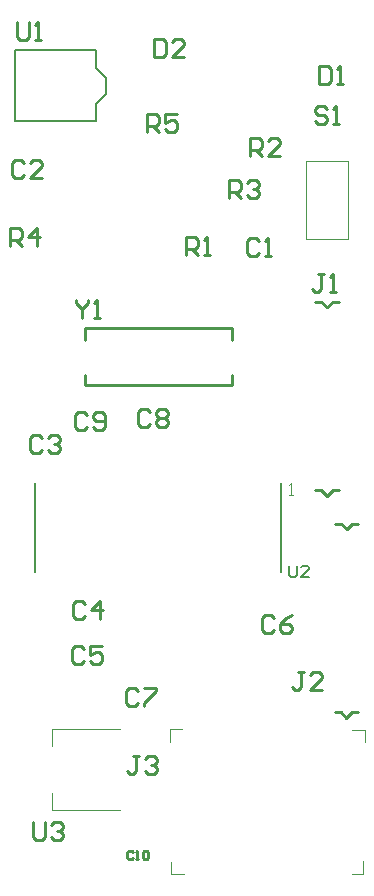
<source format=gto>
%FSLAX44Y44*%
%MOMM*%
G71*
G01*
G75*
G04 Layer_Color=65535*
%ADD10R,2.0000X3.1000*%
%ADD11R,2.0000X0.8400*%
%ADD12R,5.5000X1.5000*%
%ADD13R,0.6000X0.9000*%
%ADD14R,0.9000X0.6000*%
%ADD15R,0.6000X2.0000*%
%ADD16R,1.6000X2.1800*%
%ADD17C,1.0000*%
%ADD18C,0.2540*%
%ADD19C,0.5000*%
%ADD20C,0.4000*%
%ADD21C,0.3000*%
%ADD22C,1.7000*%
%ADD23C,3.0000*%
%ADD24C,2.0000*%
%ADD25R,2.0000X2.0000*%
%ADD26C,1.6000*%
%ADD27C,1.5000*%
%ADD28C,1.2700*%
%ADD29C,0.1000*%
%ADD30C,0.2000*%
%ADD31C,0.1500*%
D18*
X323320Y953900D02*
X448370D01*
X323320D02*
Y962900D01*
X448370Y953900D02*
Y962900D01*
X323320Y1001900D02*
X448370D01*
X323320Y991900D02*
Y1001900D01*
X448370Y991900D02*
Y1001900D01*
X523382Y864730D02*
X528320Y859792D01*
X518445Y864730D02*
X523382D01*
X528320Y859792D02*
X533257Y864730D01*
X538195D01*
X523508Y1024730D02*
X528445Y1019793D01*
X518570Y1024730D02*
X523508D01*
X528445Y1019793D02*
X533383Y1024730D01*
X538320D01*
X539892Y676770D02*
X544830Y671833D01*
X534955Y676770D02*
X539892D01*
X544830Y671833D02*
X549767Y676770D01*
X554705D01*
X540018Y836770D02*
X544955Y831833D01*
X535080Y836770D02*
X540018D01*
X544955Y831833D02*
X549893Y836770D01*
X554830D01*
X279400Y584195D02*
Y571499D01*
X281939Y568960D01*
X287017D01*
X289557Y571499D01*
Y584195D01*
X294635Y581656D02*
X297174Y584195D01*
X302253D01*
X304792Y581656D01*
Y579117D01*
X302253Y576577D01*
X299713D01*
X302253D01*
X304792Y574038D01*
Y571499D01*
X302253Y568960D01*
X297174D01*
X294635Y571499D01*
X315468Y1025901D02*
Y1023362D01*
X320546Y1018283D01*
X325625Y1023362D01*
Y1025901D01*
X320546Y1018283D02*
Y1010666D01*
X330703D02*
X335781D01*
X333242D01*
Y1025901D01*
X330703Y1023362D01*
X521970Y1224275D02*
Y1209040D01*
X529588D01*
X532127Y1211579D01*
Y1221736D01*
X529588Y1224275D01*
X521970D01*
X537205Y1209040D02*
X542283D01*
X539744D01*
Y1224275D01*
X537205Y1221736D01*
X528317Y1187446D02*
X525778Y1189985D01*
X520699D01*
X518160Y1187446D01*
Y1184907D01*
X520699Y1182367D01*
X525778D01*
X528317Y1179828D01*
Y1177289D01*
X525778Y1174750D01*
X520699D01*
X518160Y1177289D01*
X533395Y1174750D02*
X538473D01*
X535934D01*
Y1189985D01*
X533395Y1187446D01*
X375920Y1168400D02*
Y1183635D01*
X383537D01*
X386077Y1181096D01*
Y1176018D01*
X383537Y1173478D01*
X375920D01*
X380998D02*
X386077Y1168400D01*
X401312Y1183635D02*
X391155D01*
Y1176018D01*
X396233Y1178557D01*
X398773D01*
X401312Y1176018D01*
Y1170939D01*
X398773Y1168400D01*
X393694D01*
X391155Y1170939D01*
X260350Y1071880D02*
Y1087115D01*
X267967D01*
X270507Y1084576D01*
Y1079498D01*
X267967Y1076958D01*
X260350D01*
X265428D02*
X270507Y1071880D01*
X283203D02*
Y1087115D01*
X275585Y1079498D01*
X285742D01*
X445262Y1112266D02*
Y1127501D01*
X452879D01*
X455419Y1124962D01*
Y1119883D01*
X452879Y1117344D01*
X445262D01*
X450340D02*
X455419Y1112266D01*
X460497Y1124962D02*
X463036Y1127501D01*
X468115D01*
X470654Y1124962D01*
Y1122423D01*
X468115Y1119883D01*
X465575D01*
X468115D01*
X470654Y1117344D01*
Y1114805D01*
X468115Y1112266D01*
X463036D01*
X460497Y1114805D01*
X463550Y1148080D02*
Y1163315D01*
X471167D01*
X473707Y1160776D01*
Y1155697D01*
X471167Y1153158D01*
X463550D01*
X468628D02*
X473707Y1148080D01*
X488942D02*
X478785D01*
X488942Y1158237D01*
Y1160776D01*
X486403Y1163315D01*
X481324D01*
X478785Y1160776D01*
X408940Y1064260D02*
Y1079495D01*
X416558D01*
X419097Y1076956D01*
Y1071878D01*
X416558Y1069338D01*
X408940D01*
X414018D02*
X419097Y1064260D01*
X424175D02*
X429253D01*
X426714D01*
Y1079495D01*
X424175Y1076956D01*
X509267Y711195D02*
X504188D01*
X506727D01*
Y698499D01*
X504188Y695960D01*
X501649D01*
X499110Y698499D01*
X524502Y695960D02*
X514345D01*
X524502Y706117D01*
Y708656D01*
X521963Y711195D01*
X516884D01*
X514345Y708656D01*
X525777Y1047745D02*
X520698D01*
X523237D01*
Y1035049D01*
X520698Y1032510D01*
X518159D01*
X515620Y1035049D01*
X530855Y1032510D02*
X535933D01*
X533394D01*
Y1047745D01*
X530855Y1045206D01*
X382270Y1246627D02*
Y1231392D01*
X389888D01*
X392427Y1233931D01*
Y1244088D01*
X389888Y1246627D01*
X382270D01*
X407662Y1231392D02*
X397505D01*
X407662Y1241549D01*
Y1244088D01*
X405123Y1246627D01*
X400044D01*
X397505Y1244088D01*
X364075Y558282D02*
X362909Y559448D01*
X360576D01*
X359410Y558282D01*
Y553616D01*
X360576Y552450D01*
X362909D01*
X364075Y553616D01*
X366408Y552450D02*
X368740D01*
X367574D01*
Y559448D01*
X366408Y558282D01*
X372239D02*
X373405Y559448D01*
X375738D01*
X376904Y558282D01*
Y553616D01*
X375738Y552450D01*
X373405D01*
X372239Y553616D01*
Y558282D01*
X325117Y928366D02*
X322578Y930905D01*
X317499D01*
X314960Y928366D01*
Y918209D01*
X317499Y915670D01*
X322578D01*
X325117Y918209D01*
X330195D02*
X332734Y915670D01*
X337813D01*
X340352Y918209D01*
Y928366D01*
X337813Y930905D01*
X332734D01*
X330195Y928366D01*
Y925827D01*
X332734Y923288D01*
X340352D01*
X378457Y930906D02*
X375918Y933445D01*
X370839D01*
X368300Y930906D01*
Y920749D01*
X370839Y918210D01*
X375918D01*
X378457Y920749D01*
X383535Y930906D02*
X386074Y933445D01*
X391153D01*
X393692Y930906D01*
Y928367D01*
X391153Y925827D01*
X393692Y923288D01*
Y920749D01*
X391153Y918210D01*
X386074D01*
X383535Y920749D01*
Y923288D01*
X386074Y925827D01*
X383535Y928367D01*
Y930906D01*
X386074Y925827D02*
X391153D01*
X368297Y694686D02*
X365757Y697225D01*
X360679D01*
X358140Y694686D01*
Y684529D01*
X360679Y681990D01*
X365757D01*
X368297Y684529D01*
X373375Y697225D02*
X383532D01*
Y694686D01*
X373375Y684529D01*
Y681990D01*
X483867Y756916D02*
X481328Y759455D01*
X476249D01*
X473710Y756916D01*
Y746759D01*
X476249Y744220D01*
X481328D01*
X483867Y746759D01*
X499102Y759455D02*
X494023Y756916D01*
X488945Y751837D01*
Y746759D01*
X491484Y744220D01*
X496563D01*
X499102Y746759D01*
Y749298D01*
X496563Y751837D01*
X488945D01*
X322577Y730246D02*
X320037Y732785D01*
X314959D01*
X312420Y730246D01*
Y720089D01*
X314959Y717550D01*
X320037D01*
X322577Y720089D01*
X337812Y732785D02*
X327655D01*
Y725167D01*
X332733Y727707D01*
X335273D01*
X337812Y725167D01*
Y720089D01*
X335273Y717550D01*
X330194D01*
X327655Y720089D01*
X323847Y768346D02*
X321307Y770885D01*
X316229D01*
X313690Y768346D01*
Y758189D01*
X316229Y755650D01*
X321307D01*
X323847Y758189D01*
X336543Y755650D02*
Y770885D01*
X328925Y763268D01*
X339082D01*
X287017Y909316D02*
X284478Y911855D01*
X279399D01*
X276860Y909316D01*
Y899159D01*
X279399Y896620D01*
X284478D01*
X287017Y899159D01*
X292095Y909316D02*
X294634Y911855D01*
X299713D01*
X302252Y909316D01*
Y906777D01*
X299713Y904238D01*
X297173D01*
X299713D01*
X302252Y901698D01*
Y899159D01*
X299713Y896620D01*
X294634D01*
X292095Y899159D01*
X271777Y1141726D02*
X269237Y1144265D01*
X264159D01*
X261620Y1141726D01*
Y1131569D01*
X264159Y1129030D01*
X269237D01*
X271777Y1131569D01*
X287012Y1129030D02*
X276855D01*
X287012Y1139187D01*
Y1141726D01*
X284473Y1144265D01*
X279394D01*
X276855Y1141726D01*
X471167Y1075686D02*
X468628Y1078225D01*
X463549D01*
X461010Y1075686D01*
Y1065529D01*
X463549Y1062990D01*
X468628D01*
X471167Y1065529D01*
X476245Y1062990D02*
X481323D01*
X478784D01*
Y1078225D01*
X476245Y1075686D01*
X369567Y640075D02*
X364488D01*
X367028D01*
Y627379D01*
X364488Y624840D01*
X361949D01*
X359410Y627379D01*
X374645Y637536D02*
X377184Y640075D01*
X382263D01*
X384802Y637536D01*
Y634997D01*
X382263Y632458D01*
X379723D01*
X382263D01*
X384802Y629918D01*
Y627379D01*
X382263Y624840D01*
X377184D01*
X374645Y627379D01*
X265762Y1261183D02*
Y1248487D01*
X268301Y1245948D01*
X273380D01*
X275919Y1248487D01*
Y1261183D01*
X280997Y1245948D02*
X286076D01*
X283536D01*
Y1261183D01*
X280997Y1258644D01*
D29*
X396290Y539980D02*
X407290D01*
X396290D02*
Y549980D01*
X549290Y661980D02*
X560290D01*
Y651980D02*
Y661980D01*
X559290Y539980D02*
Y550980D01*
X549290Y539980D02*
X559290D01*
X395290Y662980D02*
X405290D01*
X395290Y651980D02*
Y662980D01*
X295910Y594360D02*
Y608650D01*
Y594360D02*
X353060D01*
X295910Y662940D02*
X353060D01*
X295910Y648650D02*
Y662940D01*
X545820Y1077690D02*
Y1143690D01*
X510820Y1077690D02*
Y1143690D01*
X545820D01*
X510820Y1077690D02*
X545820D01*
X496570Y861060D02*
X499902D01*
X498236D01*
Y871057D01*
X496570Y869391D01*
D30*
X281330Y795720D02*
Y870720D01*
X489830Y795720D02*
Y870720D01*
X333100Y1177340D02*
Y1192340D01*
X341100Y1200340D01*
X333100Y1222340D02*
Y1237340D01*
Y1222340D02*
X341100Y1214340D01*
X264100Y1177340D02*
X333100D01*
X264100D02*
Y1237340D01*
X333100D01*
X341100Y1200340D02*
Y1214340D01*
D31*
X496570Y801207D02*
Y792876D01*
X498236Y791210D01*
X501568D01*
X503234Y792876D01*
Y801207D01*
X513231Y791210D02*
X506567D01*
X513231Y797875D01*
Y799541D01*
X511565Y801207D01*
X508233D01*
X506567Y799541D01*
M02*

</source>
